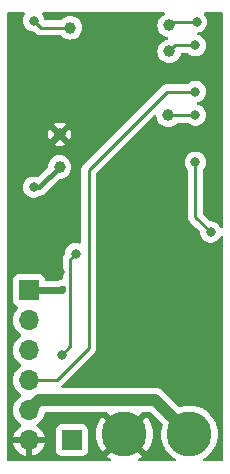
<source format=gbr>
%TF.GenerationSoftware,KiCad,Pcbnew,7.0.6*%
%TF.CreationDate,2024-04-30T22:58:06+02:00*%
%TF.ProjectId,nboard,6e626f61-7264-42e6-9b69-6361645f7063,rev?*%
%TF.SameCoordinates,Original*%
%TF.FileFunction,Copper,L2,Bot*%
%TF.FilePolarity,Positive*%
%FSLAX46Y46*%
G04 Gerber Fmt 4.6, Leading zero omitted, Abs format (unit mm)*
G04 Created by KiCad (PCBNEW 7.0.6) date 2024-04-30 22:58:06*
%MOMM*%
%LPD*%
G01*
G04 APERTURE LIST*
%TA.AperFunction,ComponentPad*%
%ADD10C,2.600000*%
%TD*%
%TA.AperFunction,ConnectorPad*%
%ADD11C,3.800000*%
%TD*%
%TA.AperFunction,ComponentPad*%
%ADD12R,1.700000X1.700000*%
%TD*%
%TA.AperFunction,ComponentPad*%
%ADD13O,1.700000X1.700000*%
%TD*%
%TA.AperFunction,SMDPad,CuDef*%
%ADD14C,1.000000*%
%TD*%
%TA.AperFunction,ViaPad*%
%ADD15C,0.800000*%
%TD*%
%TA.AperFunction,ViaPad*%
%ADD16C,0.600000*%
%TD*%
%TA.AperFunction,Conductor*%
%ADD17C,1.000000*%
%TD*%
%TA.AperFunction,Conductor*%
%ADD18C,0.250000*%
%TD*%
%TA.AperFunction,Conductor*%
%ADD19C,0.400000*%
%TD*%
%TA.AperFunction,Conductor*%
%ADD20C,0.600000*%
%TD*%
G04 APERTURE END LIST*
D10*
%TO.P,H1,1,1*%
%TO.N,/+5V*%
X163700000Y-105700000D03*
D11*
X163700000Y-105700000D03*
%TD*%
D12*
%TO.P,J4,1,Pin_1*%
%TO.N,/R*%
X150100000Y-93520000D03*
D13*
%TO.P,J4,2,Pin_2*%
%TO.N,/G*%
X150100000Y-96060000D03*
%TO.P,J4,3,Pin_3*%
%TO.N,/B*%
X150100000Y-98600000D03*
%TO.P,J4,4,Pin_4*%
%TO.N,/IR*%
X150100000Y-101140000D03*
%TO.P,J4,5,Pin_5*%
%TO.N,/+5V*%
X150100000Y-103680000D03*
%TO.P,J4,6,Pin_6*%
%TO.N,/GND*%
X150100000Y-106220000D03*
%TD*%
D12*
%TO.P,J1,1,Pin_1*%
%TO.N,/3V3*%
X153750000Y-106220000D03*
%TD*%
D10*
%TO.P,H2,1,1*%
%TO.N,/GND*%
X158200000Y-105700000D03*
D11*
X158200000Y-105700000D03*
%TD*%
D14*
%TO.P,TP3,1,1*%
%TO.N,/RX*%
X162000000Y-73300000D03*
%TD*%
%TO.P,TP1,1,1*%
%TO.N,/3V3*%
X152700000Y-83100000D03*
%TD*%
%TO.P,TP2,1,1*%
%TO.N,/GND*%
X152700000Y-80330000D03*
%TD*%
%TO.P,TP6,1,1*%
%TO.N,/RST*%
X153600000Y-71300000D03*
%TD*%
%TO.P,TP5,1,1*%
%TO.N,/FLS*%
X161900000Y-78700000D03*
%TD*%
%TO.P,TP4,1,1*%
%TO.N,/TX*%
X162000000Y-71100000D03*
%TD*%
D15*
%TO.N,/GND*%
X159970000Y-96910000D03*
X164310000Y-95590000D03*
X152740000Y-91980000D03*
X165760000Y-86760000D03*
X165580000Y-102140000D03*
D16*
X155320000Y-100200000D03*
D15*
X159690000Y-92830000D03*
X157390000Y-99770000D03*
X160420000Y-99350000D03*
%TO.N,/3V3*%
X150500000Y-84800000D03*
%TO.N,/RX*%
X164200000Y-72800000D03*
%TO.N,/TX*%
X164300000Y-70800000D03*
%TO.N,/FLS*%
X164200000Y-78700000D03*
%TO.N,/RST*%
X150500000Y-70700000D03*
D16*
%TO.N,/R*%
X153000000Y-93400000D03*
D15*
%TO.N,/IR*%
X164200000Y-76700000D03*
%TO.N,Net-(U1-GPIO15)*%
X165500000Y-88600000D03*
X164200000Y-82700000D03*
%TO.N,Net-(Q3-B)*%
X154080000Y-90420000D03*
X152920000Y-98970000D03*
%TD*%
D17*
%TO.N,/+5V*%
X163700000Y-105700000D02*
X160800000Y-102800000D01*
X150980000Y-102800000D02*
X150100000Y-103680000D01*
X160800000Y-102800000D02*
X150980000Y-102800000D01*
D18*
%TO.N,/GND*%
X161850000Y-102140000D02*
X160400000Y-100690000D01*
X160420000Y-99380000D02*
X160420000Y-99350000D01*
X160400000Y-99400000D02*
X160420000Y-99380000D01*
X159690000Y-92830000D02*
X159520000Y-92660000D01*
X160450000Y-99350000D02*
X160420000Y-99380000D01*
X159690000Y-92830000D02*
X159470000Y-92610000D01*
X160420000Y-99350000D02*
X160450000Y-99350000D01*
X165580000Y-102140000D02*
X161850000Y-102140000D01*
X160400000Y-100690000D02*
X160400000Y-99400000D01*
D19*
%TO.N,/3V3*%
X151000000Y-84800000D02*
X150500000Y-84800000D01*
X152700000Y-83100000D02*
X151000000Y-84800000D01*
D18*
%TO.N,/RX*%
X164200000Y-72800000D02*
X162500000Y-72800000D01*
X162500000Y-72800000D02*
X162000000Y-73300000D01*
%TO.N,/TX*%
X164300000Y-70800000D02*
X162300000Y-70800000D01*
X162300000Y-70800000D02*
X162000000Y-71100000D01*
%TO.N,/FLS*%
X164200000Y-78700000D02*
X161900000Y-78700000D01*
%TO.N,/RST*%
X151100000Y-71300000D02*
X150500000Y-70700000D01*
X153600000Y-71300000D02*
X151100000Y-71300000D01*
%TO.N,/R*%
X153000000Y-93400000D02*
X152880000Y-93520000D01*
D20*
X152880000Y-93520000D02*
X150100000Y-93520000D01*
D18*
%TO.N,/IR*%
X155160000Y-83340000D02*
X155160000Y-98440000D01*
X152460000Y-101140000D02*
X150100000Y-101140000D01*
X155160000Y-98440000D02*
X152460000Y-101140000D01*
X161800000Y-76700000D02*
X155160000Y-83340000D01*
X164200000Y-76700000D02*
X161800000Y-76700000D01*
%TO.N,Net-(U1-GPIO15)*%
X165500000Y-88600000D02*
X164200000Y-87300000D01*
X164200000Y-87300000D02*
X164200000Y-82700000D01*
%TO.N,Net-(Q3-B)*%
X153625000Y-98275000D02*
X152930000Y-98970000D01*
X154080000Y-90420000D02*
X153625000Y-90875000D01*
X153625000Y-90875000D02*
X153625000Y-98275000D01*
%TD*%
%TA.AperFunction,Conductor*%
%TO.N,/GND*%
G36*
X149728149Y-69999685D02*
G01*
X149773904Y-70052489D01*
X149783848Y-70121647D01*
X149768497Y-70166000D01*
X149672821Y-70331715D01*
X149672818Y-70331722D01*
X149614327Y-70511740D01*
X149614326Y-70511744D01*
X149594540Y-70700000D01*
X149614326Y-70888256D01*
X149614327Y-70888259D01*
X149672818Y-71068277D01*
X149672821Y-71068284D01*
X149767467Y-71232216D01*
X149857506Y-71332214D01*
X149894129Y-71372888D01*
X150047265Y-71484148D01*
X150047270Y-71484151D01*
X150220192Y-71561142D01*
X150220197Y-71561144D01*
X150405354Y-71600500D01*
X150464547Y-71600500D01*
X150531586Y-71620185D01*
X150552228Y-71636819D01*
X150599197Y-71683788D01*
X150609022Y-71696051D01*
X150609243Y-71695869D01*
X150614214Y-71701878D01*
X150624689Y-71711714D01*
X150664635Y-71749226D01*
X150685529Y-71770120D01*
X150691011Y-71774373D01*
X150695443Y-71778157D01*
X150729418Y-71810062D01*
X150746976Y-71819714D01*
X150763235Y-71830395D01*
X150779064Y-71842673D01*
X150821838Y-71861182D01*
X150827056Y-71863738D01*
X150867908Y-71886197D01*
X150887316Y-71891180D01*
X150905717Y-71897480D01*
X150924104Y-71905437D01*
X150967488Y-71912308D01*
X150970119Y-71912725D01*
X150975839Y-71913909D01*
X151020981Y-71925500D01*
X151041016Y-71925500D01*
X151060414Y-71927026D01*
X151080194Y-71930159D01*
X151080195Y-71930160D01*
X151080195Y-71930159D01*
X151080196Y-71930160D01*
X151126583Y-71925775D01*
X151132422Y-71925500D01*
X152760397Y-71925500D01*
X152827436Y-71945185D01*
X152856250Y-71970835D01*
X152889116Y-72010883D01*
X153041460Y-72135909D01*
X153041467Y-72135913D01*
X153215266Y-72228811D01*
X153215269Y-72228811D01*
X153215273Y-72228814D01*
X153403868Y-72286024D01*
X153600000Y-72305341D01*
X153796132Y-72286024D01*
X153984727Y-72228814D01*
X153998632Y-72221382D01*
X154158532Y-72135913D01*
X154158538Y-72135910D01*
X154310883Y-72010883D01*
X154435910Y-71858538D01*
X154522761Y-71696051D01*
X154528811Y-71684733D01*
X154528811Y-71684732D01*
X154528814Y-71684727D01*
X154586024Y-71496132D01*
X154605341Y-71300000D01*
X154586024Y-71103868D01*
X154528814Y-70915273D01*
X154528811Y-70915269D01*
X154528811Y-70915266D01*
X154435913Y-70741467D01*
X154435909Y-70741460D01*
X154310883Y-70589116D01*
X154158539Y-70464090D01*
X154158532Y-70464086D01*
X153984733Y-70371188D01*
X153984727Y-70371186D01*
X153796132Y-70313976D01*
X153796129Y-70313975D01*
X153600000Y-70294659D01*
X153403870Y-70313975D01*
X153215266Y-70371188D01*
X153041467Y-70464086D01*
X153041460Y-70464090D01*
X152889116Y-70589116D01*
X152856250Y-70629165D01*
X152798505Y-70668499D01*
X152760397Y-70674500D01*
X151514430Y-70674500D01*
X151447391Y-70654815D01*
X151401636Y-70602011D01*
X151391110Y-70563465D01*
X151385674Y-70511744D01*
X151327179Y-70331716D01*
X151232533Y-70167784D01*
X151232532Y-70167783D01*
X151231503Y-70166000D01*
X151215030Y-70098100D01*
X151237883Y-70032073D01*
X151292804Y-69988882D01*
X151338890Y-69980000D01*
X161477920Y-69980000D01*
X161544959Y-69999685D01*
X161590714Y-70052489D01*
X161600658Y-70121647D01*
X161571633Y-70185203D01*
X161536373Y-70213358D01*
X161441467Y-70264085D01*
X161441460Y-70264090D01*
X161289116Y-70389116D01*
X161164090Y-70541460D01*
X161164086Y-70541467D01*
X161071188Y-70715266D01*
X161013975Y-70903870D01*
X160994659Y-71100000D01*
X161013975Y-71296129D01*
X161013976Y-71296132D01*
X161071010Y-71484148D01*
X161071188Y-71484733D01*
X161164086Y-71658532D01*
X161164090Y-71658539D01*
X161289116Y-71810883D01*
X161441460Y-71935909D01*
X161441467Y-71935913D01*
X161506802Y-71970835D01*
X161615273Y-72028814D01*
X161683146Y-72049403D01*
X161788425Y-72081340D01*
X161846863Y-72119637D01*
X161875320Y-72183450D01*
X161864759Y-72252516D01*
X161818534Y-72304910D01*
X161788425Y-72318660D01*
X161615271Y-72371186D01*
X161441467Y-72464086D01*
X161441460Y-72464090D01*
X161289116Y-72589116D01*
X161164090Y-72741460D01*
X161164086Y-72741467D01*
X161071188Y-72915266D01*
X161013975Y-73103870D01*
X160994659Y-73300000D01*
X161013975Y-73496129D01*
X161071188Y-73684733D01*
X161164086Y-73858532D01*
X161164090Y-73858539D01*
X161289116Y-74010883D01*
X161441460Y-74135909D01*
X161441467Y-74135913D01*
X161615266Y-74228811D01*
X161615269Y-74228811D01*
X161615273Y-74228814D01*
X161803868Y-74286024D01*
X162000000Y-74305341D01*
X162196132Y-74286024D01*
X162384727Y-74228814D01*
X162558538Y-74135910D01*
X162710883Y-74010883D01*
X162835910Y-73858538D01*
X162928814Y-73684727D01*
X162959324Y-73584151D01*
X162980755Y-73513504D01*
X163019052Y-73455066D01*
X163082865Y-73426609D01*
X163099415Y-73425500D01*
X163496252Y-73425500D01*
X163563291Y-73445185D01*
X163588400Y-73466526D01*
X163594126Y-73472885D01*
X163594130Y-73472889D01*
X163747265Y-73584148D01*
X163747270Y-73584151D01*
X163920192Y-73661142D01*
X163920197Y-73661144D01*
X164105354Y-73700500D01*
X164105355Y-73700500D01*
X164294644Y-73700500D01*
X164294646Y-73700500D01*
X164479803Y-73661144D01*
X164652730Y-73584151D01*
X164805871Y-73472888D01*
X164932533Y-73332216D01*
X165027179Y-73168284D01*
X165085674Y-72988256D01*
X165105460Y-72800000D01*
X165085674Y-72611744D01*
X165027179Y-72431716D01*
X164932533Y-72267784D01*
X164805871Y-72127112D01*
X164805870Y-72127111D01*
X164652734Y-72015851D01*
X164652729Y-72015848D01*
X164479807Y-71938857D01*
X164479803Y-71938856D01*
X164447159Y-71931917D01*
X164385677Y-71898724D01*
X164351901Y-71837561D01*
X164356555Y-71767846D01*
X164398160Y-71711714D01*
X164447154Y-71689339D01*
X164579803Y-71661144D01*
X164579807Y-71661142D01*
X164579808Y-71661142D01*
X164671797Y-71620185D01*
X164752730Y-71584151D01*
X164905871Y-71472888D01*
X165032533Y-71332216D01*
X165127179Y-71168284D01*
X165185674Y-70988256D01*
X165205460Y-70800000D01*
X165185674Y-70611744D01*
X165127179Y-70431716D01*
X165032533Y-70267784D01*
X164959768Y-70186971D01*
X164929539Y-70123981D01*
X164938164Y-70054646D01*
X164982905Y-70000980D01*
X165049558Y-69980022D01*
X165051919Y-69980000D01*
X166425500Y-69980000D01*
X166492539Y-69999685D01*
X166538294Y-70052489D01*
X166549500Y-70104000D01*
X166549500Y-88154013D01*
X166529815Y-88221052D01*
X166477011Y-88266807D01*
X166407853Y-88276751D01*
X166344297Y-88247726D01*
X166318113Y-88216013D01*
X166282317Y-88154013D01*
X166232533Y-88067784D01*
X166105871Y-87927112D01*
X166105870Y-87927111D01*
X165952734Y-87815851D01*
X165952729Y-87815848D01*
X165779807Y-87738857D01*
X165779802Y-87738855D01*
X165632208Y-87707484D01*
X165594646Y-87699500D01*
X165594645Y-87699500D01*
X165535452Y-87699500D01*
X165468413Y-87679815D01*
X165447771Y-87663181D01*
X164861819Y-87077228D01*
X164828334Y-87015905D01*
X164825500Y-86989547D01*
X164825500Y-83398687D01*
X164845185Y-83331648D01*
X164857350Y-83315715D01*
X164875891Y-83295122D01*
X164932533Y-83232216D01*
X165027179Y-83068284D01*
X165085674Y-82888256D01*
X165105460Y-82700000D01*
X165085674Y-82511744D01*
X165027179Y-82331716D01*
X164932533Y-82167784D01*
X164805871Y-82027112D01*
X164805870Y-82027111D01*
X164652734Y-81915851D01*
X164652729Y-81915848D01*
X164479807Y-81838857D01*
X164479802Y-81838855D01*
X164334001Y-81807865D01*
X164294646Y-81799500D01*
X164105354Y-81799500D01*
X164072897Y-81806398D01*
X163920197Y-81838855D01*
X163920192Y-81838857D01*
X163747270Y-81915848D01*
X163747265Y-81915851D01*
X163594129Y-82027111D01*
X163467466Y-82167785D01*
X163372821Y-82331715D01*
X163372818Y-82331722D01*
X163314327Y-82511740D01*
X163314326Y-82511744D01*
X163294540Y-82700000D01*
X163314326Y-82888256D01*
X163314327Y-82888259D01*
X163372818Y-83068277D01*
X163372821Y-83068284D01*
X163467467Y-83232216D01*
X163510772Y-83280310D01*
X163542650Y-83315715D01*
X163572880Y-83378706D01*
X163574500Y-83398687D01*
X163574500Y-87217255D01*
X163572775Y-87232872D01*
X163573061Y-87232899D01*
X163572326Y-87240665D01*
X163574500Y-87309814D01*
X163574500Y-87339343D01*
X163574501Y-87339360D01*
X163575368Y-87346231D01*
X163575826Y-87352050D01*
X163577290Y-87398624D01*
X163577291Y-87398627D01*
X163582880Y-87417867D01*
X163586824Y-87436911D01*
X163589336Y-87456791D01*
X163606490Y-87500119D01*
X163608382Y-87505647D01*
X163621381Y-87550388D01*
X163631580Y-87567634D01*
X163640138Y-87585103D01*
X163647514Y-87603732D01*
X163674898Y-87641423D01*
X163678106Y-87646307D01*
X163701827Y-87686416D01*
X163701833Y-87686424D01*
X163715990Y-87700580D01*
X163728628Y-87715376D01*
X163740405Y-87731586D01*
X163740406Y-87731587D01*
X163776309Y-87761288D01*
X163780620Y-87765210D01*
X164231423Y-88216013D01*
X164561038Y-88545628D01*
X164594523Y-88606951D01*
X164596678Y-88620347D01*
X164604139Y-88691338D01*
X164614326Y-88788256D01*
X164614327Y-88788259D01*
X164672818Y-88968277D01*
X164672821Y-88968284D01*
X164767467Y-89132216D01*
X164894129Y-89272888D01*
X165047265Y-89384148D01*
X165047270Y-89384151D01*
X165220192Y-89461142D01*
X165220197Y-89461144D01*
X165405354Y-89500500D01*
X165405355Y-89500500D01*
X165594644Y-89500500D01*
X165594646Y-89500500D01*
X165779803Y-89461144D01*
X165952730Y-89384151D01*
X166105871Y-89272888D01*
X166232533Y-89132216D01*
X166318112Y-88983987D01*
X166368679Y-88935771D01*
X166437286Y-88922547D01*
X166502151Y-88948515D01*
X166542680Y-89005429D01*
X166549500Y-89045986D01*
X166549500Y-107875909D01*
X166529815Y-107942948D01*
X166477011Y-107988703D01*
X166425432Y-107999909D01*
X164983627Y-107999122D01*
X164916599Y-107979401D01*
X164870873Y-107926572D01*
X164860967Y-107857408D01*
X164890026Y-107793868D01*
X164923954Y-107766462D01*
X164988795Y-107730816D01*
X165233162Y-107553274D01*
X165453349Y-107346504D01*
X165645885Y-107113768D01*
X165807733Y-106858736D01*
X165936341Y-106585430D01*
X166029681Y-106298160D01*
X166086280Y-106001457D01*
X166086281Y-106001446D01*
X166105246Y-105700005D01*
X166105246Y-105699994D01*
X166086281Y-105398553D01*
X166086280Y-105398546D01*
X166086280Y-105398543D01*
X166029681Y-105101840D01*
X165936341Y-104814570D01*
X165915561Y-104770411D01*
X165835372Y-104600000D01*
X165807733Y-104541264D01*
X165691325Y-104357834D01*
X165645888Y-104286236D01*
X165527942Y-104143664D01*
X165453349Y-104053496D01*
X165233162Y-103846726D01*
X165233159Y-103846724D01*
X165233153Y-103846719D01*
X164988806Y-103669191D01*
X164988799Y-103669186D01*
X164988795Y-103669184D01*
X164724104Y-103523668D01*
X164724101Y-103523666D01*
X164724096Y-103523664D01*
X164724095Y-103523663D01*
X164443265Y-103412475D01*
X164443262Y-103412474D01*
X164150695Y-103337357D01*
X163851036Y-103299500D01*
X163851027Y-103299500D01*
X163548973Y-103299500D01*
X163548963Y-103299500D01*
X163249304Y-103337357D01*
X162956743Y-103412473D01*
X162956739Y-103412474D01*
X162939806Y-103419178D01*
X162870228Y-103425551D01*
X162808249Y-103393295D01*
X162806484Y-103391564D01*
X161516452Y-102101532D01*
X161455061Y-102036949D01*
X161455060Y-102036948D01*
X161455059Y-102036947D01*
X161427204Y-102017559D01*
X161404709Y-102001902D01*
X161400946Y-101999064D01*
X161353413Y-101960305D01*
X161353406Y-101960300D01*
X161322959Y-101944397D01*
X161316251Y-101940334D01*
X161288049Y-101920705D01*
X161288046Y-101920703D01*
X161288045Y-101920703D01*
X161288041Y-101920701D01*
X161231680Y-101896514D01*
X161227424Y-101894493D01*
X161173057Y-101866094D01*
X161173050Y-101866091D01*
X161173049Y-101866091D01*
X161167008Y-101864362D01*
X161140030Y-101856642D01*
X161132630Y-101854008D01*
X161101057Y-101840459D01*
X161101058Y-101840459D01*
X161040966Y-101828109D01*
X161036391Y-101826986D01*
X160977420Y-101810113D01*
X160977425Y-101810113D01*
X160943158Y-101807503D01*
X160935380Y-101806412D01*
X160901742Y-101799500D01*
X160901741Y-101799500D01*
X160840402Y-101799500D01*
X160835695Y-101799321D01*
X160830121Y-101798896D01*
X160774524Y-101794662D01*
X160754589Y-101797201D01*
X160740440Y-101799003D01*
X160732611Y-101799500D01*
X152989724Y-101799500D01*
X152922685Y-101779815D01*
X152876930Y-101727011D01*
X152866986Y-101657853D01*
X152894177Y-101596463D01*
X152921300Y-101563675D01*
X152925212Y-101559376D01*
X155543786Y-98940802D01*
X155556048Y-98930980D01*
X155555865Y-98930759D01*
X155561867Y-98925792D01*
X155561877Y-98925786D01*
X155609241Y-98875348D01*
X155630120Y-98854470D01*
X155634373Y-98848986D01*
X155638150Y-98844563D01*
X155670062Y-98810582D01*
X155679714Y-98793023D01*
X155690389Y-98776772D01*
X155702674Y-98760936D01*
X155721186Y-98718152D01*
X155723742Y-98712935D01*
X155746197Y-98672092D01*
X155751180Y-98652680D01*
X155757477Y-98634291D01*
X155765438Y-98615895D01*
X155772729Y-98569853D01*
X155773908Y-98564162D01*
X155785500Y-98519019D01*
X155785500Y-98498982D01*
X155787027Y-98479582D01*
X155790160Y-98459804D01*
X155785775Y-98413415D01*
X155785500Y-98407577D01*
X155785500Y-83650452D01*
X155805185Y-83583413D01*
X155821819Y-83562771D01*
X158192514Y-81192076D01*
X160690439Y-78694150D01*
X160751760Y-78660667D01*
X160821452Y-78665651D01*
X160877385Y-78707523D01*
X160901521Y-78769678D01*
X160913975Y-78896129D01*
X160971188Y-79084733D01*
X161064086Y-79258532D01*
X161064090Y-79258539D01*
X161189116Y-79410883D01*
X161341460Y-79535909D01*
X161341467Y-79535913D01*
X161515266Y-79628811D01*
X161515269Y-79628811D01*
X161515273Y-79628814D01*
X161703868Y-79686024D01*
X161900000Y-79705341D01*
X162096132Y-79686024D01*
X162284727Y-79628814D01*
X162458538Y-79535910D01*
X162610883Y-79410883D01*
X162642065Y-79372888D01*
X162643750Y-79370835D01*
X162701495Y-79331501D01*
X162739603Y-79325500D01*
X163496252Y-79325500D01*
X163563291Y-79345185D01*
X163588400Y-79366526D01*
X163594126Y-79372885D01*
X163594130Y-79372889D01*
X163747265Y-79484148D01*
X163747270Y-79484151D01*
X163920192Y-79561142D01*
X163920197Y-79561144D01*
X164105354Y-79600500D01*
X164105355Y-79600500D01*
X164294644Y-79600500D01*
X164294646Y-79600500D01*
X164479803Y-79561144D01*
X164652730Y-79484151D01*
X164805871Y-79372888D01*
X164932533Y-79232216D01*
X165027179Y-79068284D01*
X165085674Y-78888256D01*
X165105460Y-78700000D01*
X165085674Y-78511744D01*
X165027179Y-78331716D01*
X164932533Y-78167784D01*
X164805871Y-78027112D01*
X164805870Y-78027111D01*
X164652734Y-77915851D01*
X164652729Y-77915848D01*
X164479807Y-77838857D01*
X164479800Y-77838855D01*
X164397161Y-77821290D01*
X164335679Y-77788098D01*
X164301902Y-77726935D01*
X164306554Y-77657221D01*
X164348158Y-77601088D01*
X164397161Y-77578710D01*
X164403201Y-77577426D01*
X164479803Y-77561144D01*
X164652730Y-77484151D01*
X164805871Y-77372888D01*
X164932533Y-77232216D01*
X165027179Y-77068284D01*
X165085674Y-76888256D01*
X165105460Y-76700000D01*
X165085674Y-76511744D01*
X165027179Y-76331716D01*
X164932533Y-76167784D01*
X164805871Y-76027112D01*
X164805870Y-76027111D01*
X164652734Y-75915851D01*
X164652729Y-75915848D01*
X164479807Y-75838857D01*
X164479802Y-75838855D01*
X164334000Y-75807865D01*
X164294646Y-75799500D01*
X164105354Y-75799500D01*
X164072897Y-75806398D01*
X163920197Y-75838855D01*
X163920192Y-75838857D01*
X163747270Y-75915848D01*
X163747265Y-75915851D01*
X163594130Y-76027110D01*
X163594126Y-76027114D01*
X163588400Y-76033474D01*
X163528913Y-76070121D01*
X163496252Y-76074500D01*
X161882738Y-76074500D01*
X161867121Y-76072776D01*
X161867094Y-76073062D01*
X161859332Y-76072327D01*
X161790204Y-76074500D01*
X161760650Y-76074500D01*
X161759929Y-76074590D01*
X161753757Y-76075369D01*
X161747945Y-76075826D01*
X161701373Y-76077290D01*
X161701372Y-76077290D01*
X161682129Y-76082881D01*
X161663079Y-76086825D01*
X161643211Y-76089334D01*
X161599884Y-76106488D01*
X161594358Y-76108379D01*
X161549614Y-76121379D01*
X161549610Y-76121381D01*
X161532366Y-76131579D01*
X161514905Y-76140133D01*
X161496274Y-76147510D01*
X161496262Y-76147517D01*
X161458570Y-76174902D01*
X161453687Y-76178109D01*
X161413580Y-76201829D01*
X161399414Y-76215995D01*
X161384624Y-76228627D01*
X161368414Y-76240404D01*
X161368411Y-76240407D01*
X161338710Y-76276309D01*
X161334777Y-76280631D01*
X154776208Y-82839199D01*
X154763951Y-82849020D01*
X154764134Y-82849241D01*
X154758123Y-82854213D01*
X154710772Y-82904636D01*
X154689889Y-82925519D01*
X154689877Y-82925532D01*
X154685621Y-82931017D01*
X154681837Y-82935447D01*
X154649937Y-82969418D01*
X154649936Y-82969420D01*
X154640284Y-82986976D01*
X154629610Y-83003226D01*
X154617329Y-83019061D01*
X154617324Y-83019068D01*
X154598815Y-83061838D01*
X154596245Y-83067084D01*
X154573803Y-83107906D01*
X154568822Y-83127307D01*
X154562521Y-83145710D01*
X154554562Y-83164102D01*
X154554561Y-83164105D01*
X154547271Y-83210127D01*
X154546087Y-83215846D01*
X154534501Y-83260972D01*
X154534500Y-83260982D01*
X154534500Y-83281016D01*
X154532973Y-83300415D01*
X154529840Y-83320194D01*
X154529840Y-83320195D01*
X154534225Y-83366583D01*
X154534500Y-83372421D01*
X154534500Y-89445692D01*
X154514815Y-89512731D01*
X154462011Y-89558486D01*
X154392853Y-89568430D01*
X154366041Y-89560696D01*
X154365987Y-89560865D01*
X154360934Y-89559223D01*
X154360073Y-89558975D01*
X154359811Y-89558858D01*
X154359802Y-89558855D01*
X154214001Y-89527865D01*
X154174646Y-89519500D01*
X153985354Y-89519500D01*
X153952897Y-89526398D01*
X153800197Y-89558855D01*
X153800192Y-89558857D01*
X153627270Y-89635848D01*
X153627265Y-89635851D01*
X153474129Y-89747111D01*
X153347466Y-89887785D01*
X153252821Y-90051715D01*
X153252818Y-90051722D01*
X153194327Y-90231740D01*
X153194326Y-90231744D01*
X153176423Y-90402085D01*
X153149838Y-90466699D01*
X153143497Y-90474004D01*
X153114937Y-90504418D01*
X153114936Y-90504420D01*
X153105284Y-90521976D01*
X153094610Y-90538226D01*
X153082329Y-90554061D01*
X153082324Y-90554068D01*
X153063815Y-90596838D01*
X153061245Y-90602084D01*
X153038803Y-90642906D01*
X153033822Y-90662307D01*
X153027521Y-90680710D01*
X153019562Y-90699102D01*
X153019561Y-90699105D01*
X153012271Y-90745127D01*
X153011087Y-90750846D01*
X152999501Y-90795972D01*
X152999500Y-90795982D01*
X152999500Y-90816016D01*
X152997973Y-90835415D01*
X152994840Y-90855194D01*
X152994840Y-90855195D01*
X152999225Y-90901583D01*
X152999500Y-90907421D01*
X152999500Y-92483677D01*
X152979815Y-92550716D01*
X152927011Y-92596471D01*
X152889384Y-92606897D01*
X152820750Y-92614630D01*
X152650476Y-92674211D01*
X152608650Y-92700493D01*
X152542677Y-92719500D01*
X151572351Y-92719500D01*
X151505312Y-92699815D01*
X151459557Y-92647011D01*
X151449061Y-92608752D01*
X151444091Y-92562516D01*
X151393797Y-92427671D01*
X151393793Y-92427664D01*
X151307547Y-92312455D01*
X151307544Y-92312452D01*
X151192335Y-92226206D01*
X151192328Y-92226202D01*
X151057482Y-92175908D01*
X151057483Y-92175908D01*
X150997883Y-92169501D01*
X150997881Y-92169500D01*
X150997873Y-92169500D01*
X150997864Y-92169500D01*
X149202129Y-92169500D01*
X149202123Y-92169501D01*
X149142516Y-92175908D01*
X149007671Y-92226202D01*
X149007664Y-92226206D01*
X148892455Y-92312452D01*
X148892452Y-92312455D01*
X148806206Y-92427664D01*
X148806202Y-92427671D01*
X148755908Y-92562517D01*
X148749501Y-92622116D01*
X148749500Y-92622135D01*
X148749500Y-94417870D01*
X148749501Y-94417876D01*
X148755908Y-94477483D01*
X148806202Y-94612328D01*
X148806206Y-94612335D01*
X148892452Y-94727544D01*
X148892455Y-94727547D01*
X149007664Y-94813793D01*
X149007671Y-94813797D01*
X149139081Y-94862810D01*
X149195015Y-94904681D01*
X149219432Y-94970145D01*
X149204580Y-95038418D01*
X149183430Y-95066673D01*
X149061503Y-95188600D01*
X148925965Y-95382169D01*
X148925964Y-95382171D01*
X148826098Y-95596335D01*
X148826094Y-95596344D01*
X148764938Y-95824586D01*
X148764936Y-95824596D01*
X148744341Y-96059999D01*
X148744341Y-96060000D01*
X148764936Y-96295403D01*
X148764938Y-96295413D01*
X148826094Y-96523655D01*
X148826096Y-96523659D01*
X148826097Y-96523663D01*
X148925964Y-96737829D01*
X148925965Y-96737830D01*
X148925967Y-96737834D01*
X149061501Y-96931395D01*
X149061506Y-96931402D01*
X149228597Y-97098493D01*
X149228603Y-97098498D01*
X149414158Y-97228425D01*
X149457783Y-97283002D01*
X149464977Y-97352500D01*
X149433454Y-97414855D01*
X149414158Y-97431575D01*
X149228597Y-97561505D01*
X149061505Y-97728597D01*
X148925965Y-97922169D01*
X148925964Y-97922171D01*
X148826098Y-98136335D01*
X148826094Y-98136344D01*
X148764938Y-98364586D01*
X148764936Y-98364596D01*
X148744341Y-98599999D01*
X148744341Y-98600000D01*
X148764936Y-98835403D01*
X148764938Y-98835413D01*
X148826094Y-99063655D01*
X148826096Y-99063659D01*
X148826097Y-99063663D01*
X148870207Y-99158256D01*
X148925965Y-99277830D01*
X148925967Y-99277834D01*
X149061501Y-99471395D01*
X149061506Y-99471402D01*
X149228597Y-99638493D01*
X149228603Y-99638498D01*
X149414158Y-99768425D01*
X149457783Y-99823002D01*
X149464977Y-99892500D01*
X149433454Y-99954855D01*
X149414158Y-99971575D01*
X149228597Y-100101505D01*
X149061505Y-100268597D01*
X148925965Y-100462169D01*
X148925964Y-100462171D01*
X148826098Y-100676335D01*
X148826094Y-100676344D01*
X148764938Y-100904586D01*
X148764936Y-100904596D01*
X148744341Y-101139999D01*
X148744341Y-101140000D01*
X148764936Y-101375403D01*
X148764938Y-101375413D01*
X148826094Y-101603655D01*
X148826096Y-101603659D01*
X148826097Y-101603663D01*
X148925964Y-101817830D01*
X148925965Y-101817830D01*
X148925967Y-101817834D01*
X149061501Y-102011395D01*
X149061506Y-102011402D01*
X149228597Y-102178493D01*
X149228603Y-102178498D01*
X149414158Y-102308425D01*
X149457783Y-102363002D01*
X149464977Y-102432500D01*
X149433454Y-102494855D01*
X149414158Y-102511575D01*
X149228597Y-102641505D01*
X149061505Y-102808597D01*
X148925965Y-103002169D01*
X148925964Y-103002171D01*
X148826098Y-103216335D01*
X148826094Y-103216344D01*
X148764938Y-103444586D01*
X148764936Y-103444596D01*
X148744341Y-103679999D01*
X148744341Y-103680000D01*
X148764936Y-103915403D01*
X148764938Y-103915413D01*
X148826094Y-104143655D01*
X148826096Y-104143659D01*
X148826097Y-104143663D01*
X148925965Y-104357829D01*
X148925965Y-104357830D01*
X148925967Y-104357834D01*
X149034281Y-104512521D01*
X149061505Y-104551401D01*
X149228599Y-104718495D01*
X149389855Y-104831408D01*
X149414594Y-104848730D01*
X149458219Y-104903307D01*
X149465413Y-104972805D01*
X149433890Y-105035160D01*
X149414595Y-105051880D01*
X149228922Y-105181890D01*
X149228920Y-105181891D01*
X149061891Y-105348920D01*
X149061886Y-105348926D01*
X148926400Y-105542420D01*
X148926399Y-105542422D01*
X148826570Y-105756507D01*
X148826567Y-105756513D01*
X148769364Y-105969999D01*
X148769364Y-105970000D01*
X149666314Y-105970000D01*
X149640507Y-106010156D01*
X149600000Y-106148111D01*
X149600000Y-106291889D01*
X149640507Y-106429844D01*
X149666314Y-106470000D01*
X148769364Y-106470000D01*
X148826567Y-106683486D01*
X148826570Y-106683492D01*
X148926399Y-106897578D01*
X149061894Y-107091082D01*
X149228917Y-107258105D01*
X149422421Y-107393600D01*
X149636507Y-107493429D01*
X149636516Y-107493433D01*
X149850000Y-107550634D01*
X149850000Y-106655501D01*
X149957685Y-106704680D01*
X150064237Y-106720000D01*
X150135763Y-106720000D01*
X150242315Y-106704680D01*
X150350000Y-106655501D01*
X150350000Y-107550633D01*
X150563483Y-107493433D01*
X150563492Y-107493429D01*
X150777578Y-107393600D01*
X150971082Y-107258105D01*
X151111317Y-107117870D01*
X152399500Y-107117870D01*
X152399501Y-107117876D01*
X152405908Y-107177483D01*
X152456202Y-107312328D01*
X152456206Y-107312335D01*
X152542452Y-107427544D01*
X152542455Y-107427547D01*
X152657664Y-107513793D01*
X152657671Y-107513797D01*
X152792517Y-107564091D01*
X152792516Y-107564091D01*
X152799444Y-107564835D01*
X152852127Y-107570500D01*
X154647872Y-107570499D01*
X154707483Y-107564091D01*
X154842331Y-107513796D01*
X154957546Y-107427546D01*
X155043796Y-107312331D01*
X155094091Y-107177483D01*
X155100500Y-107117873D01*
X155100499Y-105322128D01*
X155094091Y-105262517D01*
X155064019Y-105181891D01*
X155043797Y-105127671D01*
X155043793Y-105127664D01*
X154957547Y-105012455D01*
X154957544Y-105012452D01*
X154842335Y-104926206D01*
X154842328Y-104926202D01*
X154707482Y-104875908D01*
X154707483Y-104875908D01*
X154647883Y-104869501D01*
X154647881Y-104869500D01*
X154647873Y-104869500D01*
X154647864Y-104869500D01*
X152852129Y-104869500D01*
X152852123Y-104869501D01*
X152792516Y-104875908D01*
X152657671Y-104926202D01*
X152657664Y-104926206D01*
X152542455Y-105012452D01*
X152542452Y-105012455D01*
X152456206Y-105127664D01*
X152456202Y-105127671D01*
X152405908Y-105262517D01*
X152399501Y-105322116D01*
X152399501Y-105322123D01*
X152399500Y-105322135D01*
X152399500Y-107117870D01*
X151111317Y-107117870D01*
X151138105Y-107091082D01*
X151273600Y-106897578D01*
X151373429Y-106683492D01*
X151373432Y-106683486D01*
X151430636Y-106470000D01*
X150533686Y-106470000D01*
X150559493Y-106429844D01*
X150600000Y-106291889D01*
X150600000Y-106148111D01*
X150559493Y-106010156D01*
X150533686Y-105970000D01*
X151430636Y-105970000D01*
X151430635Y-105969999D01*
X151373432Y-105756513D01*
X151373429Y-105756507D01*
X151273600Y-105542422D01*
X151273599Y-105542420D01*
X151138113Y-105348926D01*
X151138108Y-105348920D01*
X150971078Y-105181890D01*
X150785405Y-105051879D01*
X150741780Y-104997302D01*
X150734588Y-104927804D01*
X150766110Y-104865449D01*
X150785406Y-104848730D01*
X150971401Y-104718495D01*
X151138495Y-104551401D01*
X151274035Y-104357830D01*
X151373903Y-104143663D01*
X151435063Y-103915408D01*
X151435213Y-103913688D01*
X151435490Y-103912979D01*
X151436002Y-103910080D01*
X151436584Y-103910182D01*
X151460667Y-103848622D01*
X151517258Y-103807645D01*
X151558741Y-103800500D01*
X156602690Y-103800500D01*
X156669729Y-103820185D01*
X156690371Y-103836819D01*
X157616693Y-104763140D01*
X157602590Y-104770411D01*
X157437460Y-104900271D01*
X157299890Y-105059035D01*
X157265334Y-105118886D01*
X156335312Y-104188864D01*
X156254516Y-104286530D01*
X156092707Y-104541502D01*
X156092704Y-104541508D01*
X155964127Y-104814747D01*
X155964125Y-104814752D01*
X155870805Y-105101959D01*
X155814216Y-105398609D01*
X155814215Y-105398616D01*
X155795255Y-105699994D01*
X155795255Y-105700005D01*
X155814215Y-106001383D01*
X155814216Y-106001390D01*
X155870805Y-106298040D01*
X155964125Y-106585247D01*
X155964127Y-106585252D01*
X156092704Y-106858491D01*
X156092707Y-106858497D01*
X156254513Y-107113464D01*
X156335312Y-107211133D01*
X157264211Y-106282235D01*
X157364894Y-106423624D01*
X157516932Y-106568592D01*
X157619222Y-106634329D01*
X156686564Y-107566986D01*
X156911474Y-107730393D01*
X156911478Y-107730396D01*
X156969062Y-107762053D01*
X157018326Y-107811600D01*
X157032982Y-107879915D01*
X157008378Y-107945309D01*
X156952325Y-107987020D01*
X156909256Y-107994715D01*
X148393866Y-107990067D01*
X148326838Y-107970346D01*
X148281112Y-107917517D01*
X148269934Y-107866135D01*
X148257797Y-84800000D01*
X149594540Y-84800000D01*
X149614326Y-84988256D01*
X149614327Y-84988259D01*
X149672818Y-85168277D01*
X149672821Y-85168284D01*
X149767467Y-85332216D01*
X149871934Y-85448238D01*
X149894129Y-85472888D01*
X150047265Y-85584148D01*
X150047270Y-85584151D01*
X150220192Y-85661142D01*
X150220197Y-85661144D01*
X150405354Y-85700500D01*
X150405355Y-85700500D01*
X150594644Y-85700500D01*
X150594646Y-85700500D01*
X150779803Y-85661144D01*
X150952730Y-85584151D01*
X151046481Y-85516036D01*
X151097017Y-85494386D01*
X151103646Y-85493171D01*
X151107296Y-85492616D01*
X151168872Y-85485140D01*
X151178335Y-85481550D01*
X151199961Y-85475522D01*
X151200893Y-85475351D01*
X151209932Y-85473695D01*
X151266512Y-85448229D01*
X151269942Y-85446809D01*
X151327930Y-85424818D01*
X151336266Y-85419062D01*
X151355821Y-85408034D01*
X151365057Y-85403878D01*
X151413896Y-85365613D01*
X151416876Y-85363421D01*
X151467929Y-85328183D01*
X151509065Y-85281748D01*
X151511599Y-85279056D01*
X152652339Y-84138316D01*
X152713660Y-84104833D01*
X152727855Y-84102597D01*
X152896132Y-84086024D01*
X153084727Y-84028814D01*
X153258538Y-83935910D01*
X153410883Y-83810883D01*
X153535910Y-83658538D01*
X153628814Y-83484727D01*
X153686024Y-83296132D01*
X153705341Y-83100000D01*
X153686024Y-82903868D01*
X153628814Y-82715273D01*
X153628811Y-82715269D01*
X153628811Y-82715266D01*
X153535913Y-82541467D01*
X153535909Y-82541460D01*
X153410883Y-82389116D01*
X153258539Y-82264090D01*
X153258532Y-82264086D01*
X153084733Y-82171188D01*
X153084727Y-82171186D01*
X152896132Y-82113976D01*
X152896129Y-82113975D01*
X152700000Y-82094659D01*
X152503870Y-82113975D01*
X152315266Y-82171188D01*
X152141467Y-82264086D01*
X152141460Y-82264090D01*
X151989116Y-82389116D01*
X151864090Y-82541460D01*
X151864086Y-82541467D01*
X151771188Y-82715266D01*
X151713975Y-82903870D01*
X151697403Y-83072133D01*
X151671242Y-83136921D01*
X151661681Y-83147660D01*
X150901978Y-83907363D01*
X150840655Y-83940848D01*
X150786597Y-83938149D01*
X150786160Y-83940207D01*
X150690855Y-83919949D01*
X150594646Y-83899500D01*
X150405354Y-83899500D01*
X150372897Y-83906398D01*
X150220197Y-83938855D01*
X150220192Y-83938857D01*
X150047270Y-84015848D01*
X150047265Y-84015851D01*
X149894129Y-84127111D01*
X149767466Y-84267785D01*
X149672821Y-84431715D01*
X149672818Y-84431722D01*
X149614327Y-84611740D01*
X149614326Y-84611744D01*
X149594540Y-84800000D01*
X148257797Y-84800000D01*
X148255899Y-81192076D01*
X152191476Y-81192076D01*
X152315466Y-81258350D01*
X152503969Y-81315531D01*
X152503965Y-81315531D01*
X152700000Y-81334838D01*
X152896032Y-81315531D01*
X153084537Y-81258348D01*
X153208522Y-81192076D01*
X152700001Y-80683553D01*
X152700000Y-80683553D01*
X152191476Y-81192076D01*
X148255899Y-81192076D01*
X148255445Y-80330000D01*
X151695161Y-80330000D01*
X151714468Y-80526030D01*
X151771652Y-80714538D01*
X151837922Y-80838522D01*
X152346446Y-80330000D01*
X153053553Y-80330000D01*
X153562076Y-80838522D01*
X153628348Y-80714537D01*
X153685531Y-80526032D01*
X153704838Y-80329999D01*
X153685531Y-80133967D01*
X153628350Y-79945466D01*
X153562076Y-79821476D01*
X153053553Y-80330000D01*
X152346446Y-80330000D01*
X152346446Y-80329999D01*
X151837923Y-79821475D01*
X151837922Y-79821476D01*
X151771652Y-79945461D01*
X151714468Y-80133969D01*
X151695161Y-80330000D01*
X148255445Y-80330000D01*
X148254991Y-79467922D01*
X152191476Y-79467922D01*
X152700000Y-79976446D01*
X152700001Y-79976446D01*
X153208522Y-79467922D01*
X153208522Y-79467921D01*
X153084538Y-79401652D01*
X152896030Y-79344468D01*
X152700000Y-79325161D01*
X152503969Y-79344468D01*
X152315461Y-79401652D01*
X152191476Y-79467922D01*
X148254991Y-79467922D01*
X148250065Y-70104064D01*
X148269714Y-70037015D01*
X148322494Y-69991233D01*
X148374065Y-69980000D01*
X149661110Y-69980000D01*
X149728149Y-69999685D01*
G37*
%TD.AperFunction*%
%TA.AperFunction,Conductor*%
G36*
X160401256Y-103820185D02*
G01*
X160421898Y-103836819D01*
X161394229Y-104809150D01*
X161427714Y-104870473D01*
X161424479Y-104935148D01*
X161370321Y-105101832D01*
X161370320Y-105101836D01*
X161370319Y-105101840D01*
X161343780Y-105240965D01*
X161313719Y-105398546D01*
X161313718Y-105398553D01*
X161294754Y-105699994D01*
X161294754Y-105700005D01*
X161313718Y-106001446D01*
X161313719Y-106001453D01*
X161370320Y-106298164D01*
X161463659Y-106585431D01*
X161463661Y-106585436D01*
X161592265Y-106858732D01*
X161592268Y-106858738D01*
X161754111Y-107113763D01*
X161754114Y-107113767D01*
X161754115Y-107113768D01*
X161757513Y-107117876D01*
X161946652Y-107346505D01*
X162166836Y-107553272D01*
X162166846Y-107553280D01*
X162411193Y-107730808D01*
X162411198Y-107730810D01*
X162411205Y-107730816D01*
X162468025Y-107762053D01*
X162473489Y-107765057D01*
X162522753Y-107814603D01*
X162537409Y-107882919D01*
X162512805Y-107948313D01*
X162456752Y-107990024D01*
X162413683Y-107997719D01*
X159488046Y-107996122D01*
X159421018Y-107976401D01*
X159375292Y-107923572D01*
X159365386Y-107854408D01*
X159394445Y-107790868D01*
X159428378Y-107763459D01*
X159488520Y-107730396D01*
X159488525Y-107730393D01*
X159713433Y-107566986D01*
X159713434Y-107566986D01*
X158783306Y-106636859D01*
X158797410Y-106629589D01*
X158962540Y-106499729D01*
X159100110Y-106340965D01*
X159134665Y-106281112D01*
X160064686Y-107211133D01*
X160145483Y-107113469D01*
X160307292Y-106858497D01*
X160307295Y-106858491D01*
X160435872Y-106585252D01*
X160435874Y-106585247D01*
X160529194Y-106298040D01*
X160585783Y-106001390D01*
X160585784Y-106001383D01*
X160604745Y-105700005D01*
X160604745Y-105699994D01*
X160585784Y-105398616D01*
X160585783Y-105398609D01*
X160529194Y-105101959D01*
X160435874Y-104814752D01*
X160435872Y-104814747D01*
X160307295Y-104541508D01*
X160307292Y-104541502D01*
X160145486Y-104286535D01*
X160064685Y-104188864D01*
X159135787Y-105117763D01*
X159035106Y-104976376D01*
X158883068Y-104831408D01*
X158780777Y-104765669D01*
X159709628Y-103836819D01*
X159770951Y-103803334D01*
X159797309Y-103800500D01*
X160334217Y-103800500D01*
X160401256Y-103820185D01*
G37*
%TD.AperFunction*%
%TD*%
M02*

</source>
